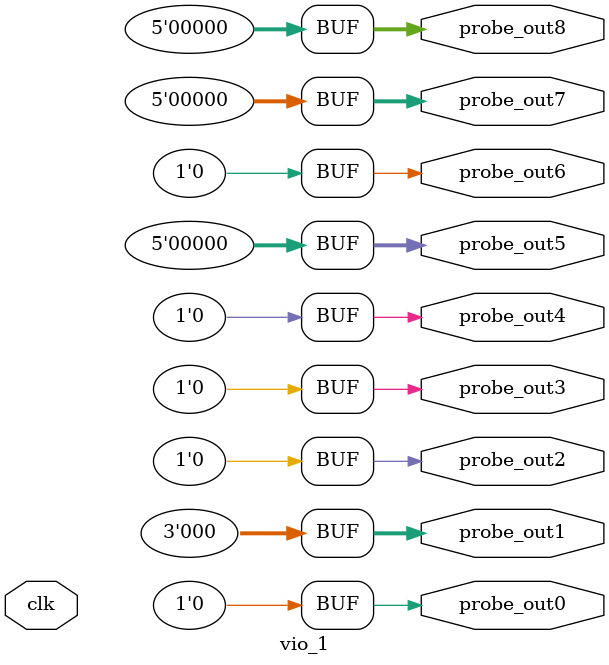
<source format=v>
`timescale 1ns / 1ps
module vio_1 (
clk,

probe_out0,
probe_out1,
probe_out2,
probe_out3,
probe_out4,
probe_out5,
probe_out6,
probe_out7,
probe_out8
);

input clk;

output reg [0 : 0] probe_out0 = 'h0 ;
output reg [2 : 0] probe_out1 = 'h0 ;
output reg [0 : 0] probe_out2 = 'h0 ;
output reg [0 : 0] probe_out3 = 'h0 ;
output reg [0 : 0] probe_out4 = 'h0 ;
output reg [4 : 0] probe_out5 = 'h00 ;
output reg [0 : 0] probe_out6 = 'h0 ;
output reg [4 : 0] probe_out7 = 'h00 ;
output reg [4 : 0] probe_out8 = 'h00 ;


endmodule

</source>
